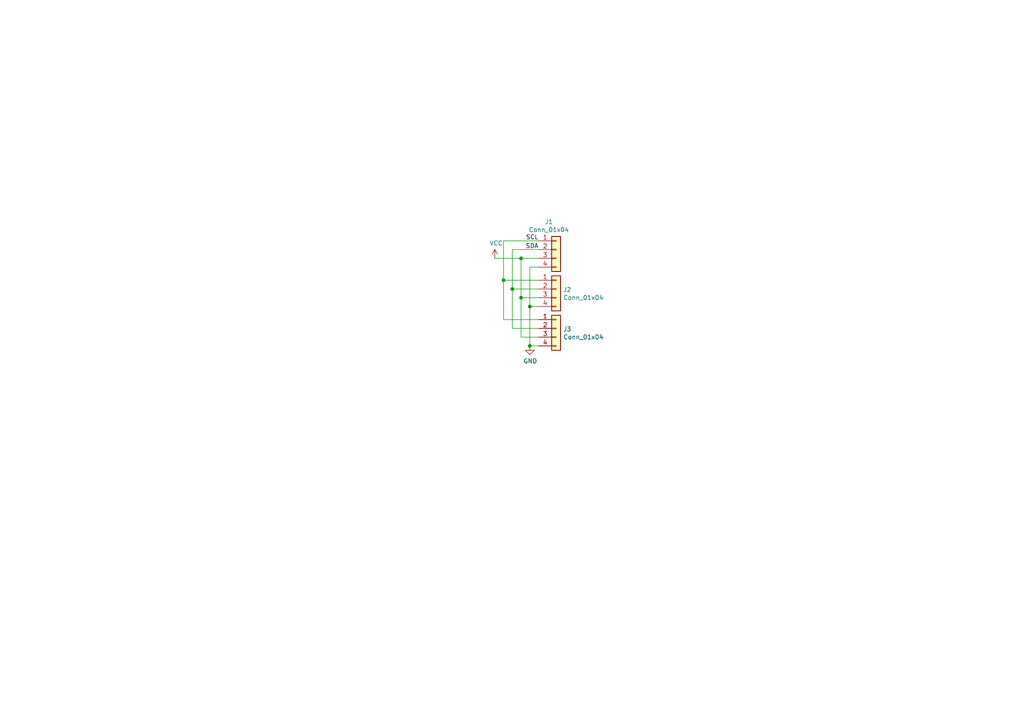
<source format=kicad_sch>
(kicad_sch (version 20230121) (generator eeschema)
  (paper "A4")
  (lib_symbols
    (symbol "Connector_Generic:Conn_01x04" (pin_names (offset 1.016) hide)
      (property "Reference" "J" (at 0 5.08 0))
      (property "Value" "Conn_01x04" (at 0 -7.62 0))
      (symbol "Conn_01x04_1_1"
        (rectangle (start -1.27 -4.953) (end 0 -5.207) (stroke (width 0.1524)))
        (rectangle (start -1.27 -2.413) (end 0 -2.667) (stroke (width 0.1524)))
        (rectangle (start -1.27 0.127) (end 0 -0.127) (stroke (width 0.1524)))
        (rectangle (start -1.27 2.667) (end 0 2.413) (stroke (width 0.1524)))
        (rectangle (start -1.27 3.81) (end 1.27 -6.35) (stroke (width 0.254)) (fill (type background)))
        (pin passive line (at -5.08 2.54 0) (length 3.81) (name "Pin_1") (number "1"))
        (pin passive line (at -5.08 0 0) (length 3.81) (name "Pin_2") (number "2"))
        (pin passive line (at -5.08 -2.54 0) (length 3.81) (name "Pin_3") (number "3"))
        (pin passive line (at -5.08 -5.08 0) (length 3.81) (name "Pin_4") (number "4"))
      )
    )
    (symbol "power:GND" (power) (pin_names (offset 0))
      (property "Value" "GND" (at 0 -3.81 0))
      (symbol "GND_0_1"
        (polyline (pts (xy 0 0) (xy 0 -1.27) (xy 1.27 -1.27) (xy 0 -2.54) (xy -1.27 -1.27) (xy 0 -1.27)))
      )
      (symbol "GND_1_1"
        (pin power_in line (at 0 0 270) (length 0) hide (name "GND") (number "1"))
      )
    )
    (symbol "power:VCC" (power) (pin_names (offset 0))
      (property "Value" "VCC" (at 0 3.81 0))
      (symbol "VCC_0_1"
        (polyline (pts (xy -0.762 1.27) (xy 0 2.54)))
        (polyline (pts (xy 0 0) (xy 0 2.54)))
        (polyline (pts (xy 0 2.54) (xy 0.762 1.27)))
      )
      (symbol "VCC_1_1"
        (pin power_in line (at 0 0 90) (length 0) hide (name "VCC") (number "1"))
      )
    )
  )
  (junction (at 146.05 81.28))
  (junction (at 151.13 74.93))
  (junction (at 153.67 100.33))
  (junction (at 151.13 86.36))
  (junction (at 153.67 88.9))
  (junction (at 148.59 83.82))
  (wire (pts (xy 151.13 74.93) (xy 156.21 74.93)))
  (wire (pts (xy 156.21 83.82) (xy 148.59 83.82)))
  (wire (pts (xy 151.13 86.36) (xy 151.13 97.79)))
  (wire (pts (xy 153.67 77.47) (xy 156.21 77.47)))
  (wire (pts (xy 148.59 95.25) (xy 148.59 83.82)))
  (wire (pts (xy 156.21 86.36) (xy 151.13 86.36)))
  (wire (pts (xy 146.05 81.28) (xy 146.05 92.71)))
  (wire (pts (xy 148.59 72.39) (xy 156.21 72.39)))
  (wire (pts (xy 151.13 74.93) (xy 151.13 86.36)))
  (wire (pts (xy 146.05 92.71) (xy 156.21 92.71)))
  (wire (pts (xy 156.21 88.9) (xy 153.67 88.9)))
  (wire (pts (xy 151.13 97.79) (xy 156.21 97.79)))
  (wire (pts (xy 153.67 100.33) (xy 153.67 88.9)))
  (wire (pts (xy 143.51 74.93) (xy 151.13 74.93)))
  (wire (pts (xy 153.67 100.33) (xy 156.21 100.33)))
  (wire (pts (xy 156.21 95.25) (xy 148.59 95.25)))
  (wire (pts (xy 146.05 69.85) (xy 146.05 81.28)))
  (wire (pts (xy 148.59 72.39) (xy 148.59 83.82)))
  (wire (pts (xy 153.67 88.9) (xy 153.67 77.47)))
  (wire (pts (xy 156.21 69.85) (xy 146.05 69.85)))
  (wire (pts (xy 156.21 81.28) (xy 146.05 81.28)))
  (label "SCL" (at 156.21 69.85 180))
  (label "SDA" (at 156.21 72.39 180))
  (symbol (lib_id "Connector_Generic:Conn_01x04") (at 161.29 83.82 0) (unit 1)
    (property "Reference" "J2" (at 163.322 84.0232 0) (effects (justify left)))
    (property "Value" "Conn_01x04" (at 163.322 86.3346 0) (effects (justify left)))
    (property "Footprint" "my-kicad-footprints:NS-Tech_Grove_1x04_P2mm_Horizontal" (effects hide))
  )
  (symbol (lib_id "Connector_Generic:Conn_01x04") (at 161.29 72.39 0) (unit 1)
    (property "Reference" "J1" (at 159.2072 64.3382 0))
    (property "Value" "Conn_01x04" (at 159.2072 66.6496 0))
    (property "Footprint" "my-kicad-footprints:NS-Tech_Grove_1x04_P2mm_Horizontal" (effects hide))
  )
  (symbol (lib_id "Connector_Generic:Conn_01x04") (at 161.29 95.25 0) (unit 1)
    (property "Reference" "J3" (at 163.322 95.4532 0) (effects (justify left)))
    (property "Value" "Conn_01x04" (at 163.322 97.7646 0) (effects (justify left)))
    (property "Footprint" "Connector:NS-Tech_Grove_1x04_P2mm_Vertical" (effects hide))
  )
  (symbol (lib_id "power:GND") (at 153.67 100.33 0) (unit 1)
    (property "Reference" "#PWR?" (effects hide))
    (property "Value" "GND" (at 153.797 104.7242 0))
  )
  (symbol (lib_id "power:VCC") (at 143.51 74.93 0) (unit 1)
    (property "Reference" "#PWR?" (effects hide))
    (property "Value" "VCC" (at 143.891 70.5358 0))
  )
)
</source>
